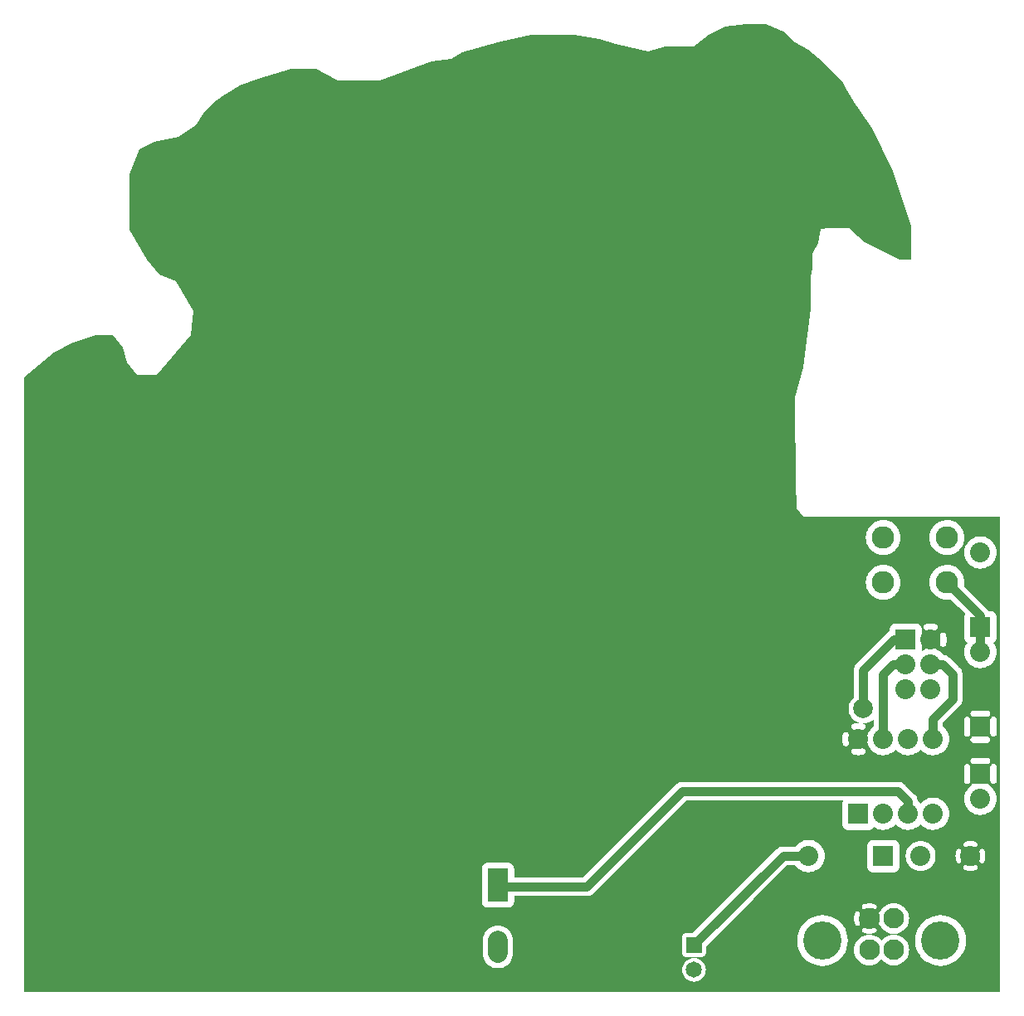
<source format=gbl>
G04 start of page 2 for group 10 layer_idx 1 *
G04 Title: (unknown), bottom_copper *
G04 Creator: pcb-rnd 3.1.4-dev *
G04 CreationDate: 2024-01-01 05:55:27 UTC *
G04 For: STEM4ukraine *
G04 Format: Gerber/RS-274X *
G04 PCB-Dimensions: 393701 402362 *
G04 PCB-Coordinate-Origin: lower left *
%MOIN*%
%FSLAX25Y25*%
%LNBOTTOM_COPPER_NONE_10*%
%ADD38C,0.0394*%
%ADD37C,0.0430*%
%ADD36C,0.0362*%
%ADD35C,0.0906*%
%ADD34C,0.0394*%
%ADD33C,0.0315*%
%ADD32C,0.0900*%
%ADD31C,0.0650*%
%ADD30C,0.0827*%
%ADD29C,0.1535*%
%ADD28C,0.0800*%
%ADD27C,0.0787*%
%ADD26C,0.0350*%
%ADD25C,0.0001*%
G54D25*G36*
X381012Y93416D02*X381058Y93225D01*
X381133Y93043D01*
X381236Y92875D01*
X381363Y92726D01*
X381513Y92598D01*
X381681Y92495D01*
X381863Y92420D01*
X382054Y92374D01*
X382250Y92362D01*
X381002D01*
Y93534D01*
X381012Y93416D01*
G37*
G36*
X382250Y84362D02*X382054Y84351D01*
X381863Y84305D01*
X381681Y84229D01*
X381513Y84127D01*
X381363Y83999D01*
X381236Y83849D01*
X381133Y83681D01*
X381085Y83567D01*
X381002Y83496D01*
Y84362D01*
X382250D01*
G37*
G36*
Y103362D02*X382054Y103351D01*
X381863Y103305D01*
X381681Y103229D01*
X381513Y103127D01*
X381363Y102999D01*
X381236Y102849D01*
X381133Y102681D01*
X381058Y102500D01*
X381012Y102308D01*
X381002Y102191D01*
Y103362D01*
X382250D01*
G37*
G36*
X381012Y112416D02*X381058Y112225D01*
X381133Y112043D01*
X381236Y111875D01*
X381363Y111726D01*
X381513Y111598D01*
X381681Y111495D01*
X381863Y111420D01*
X382054Y111374D01*
X382250Y111362D01*
X381002D01*
Y112534D01*
X381012Y112416D01*
G37*
G36*
X392717Y191732D02*Y787D01*
X385818D01*
Y52499D01*
X385875Y52509D01*
X386024Y52559D01*
X386164Y52631D01*
X386290Y52725D01*
X386401Y52837D01*
X386492Y52965D01*
X386560Y53107D01*
X386758Y53650D01*
X386896Y54212D01*
X386979Y54784D01*
X387007Y55362D01*
X386979Y55940D01*
X386896Y56513D01*
X386758Y57074D01*
X386566Y57620D01*
X386496Y57762D01*
X386404Y57891D01*
X386293Y58003D01*
X386166Y58097D01*
X386026Y58170D01*
X385876Y58220D01*
X385818Y58230D01*
Y71906D01*
X386020Y71922D01*
X387015Y72161D01*
X387960Y72553D01*
X388832Y73087D01*
X389610Y73752D01*
X390275Y74530D01*
X390809Y75402D01*
X391201Y76347D01*
X391440Y77342D01*
X391500Y78362D01*
X391440Y79382D01*
X391201Y80377D01*
X390809Y81322D01*
X390275Y82195D01*
X389610Y82973D01*
X388915Y83567D01*
X388867Y83681D01*
X388764Y83849D01*
X388637Y83999D01*
X388487Y84127D01*
X388319Y84229D01*
X388137Y84305D01*
X387946Y84351D01*
X387750Y84362D01*
X389000D01*
Y85612D01*
X389012Y85416D01*
X389058Y85225D01*
X389133Y85043D01*
X389236Y84875D01*
X389363Y84726D01*
X389513Y84598D01*
X389681Y84495D01*
X389863Y84420D01*
X390054Y84374D01*
X390250Y84358D01*
X390446Y84374D01*
X390637Y84420D01*
X390819Y84495D01*
X390987Y84598D01*
X391137Y84726D01*
X391264Y84875D01*
X391367Y85043D01*
X391442Y85225D01*
X391488Y85416D01*
X391500Y85612D01*
Y91112D01*
X391488Y91308D01*
X391442Y91500D01*
X391367Y91681D01*
X391264Y91849D01*
X391137Y91999D01*
X390987Y92127D01*
X390819Y92229D01*
X390637Y92305D01*
X390446Y92351D01*
X390250Y92366D01*
X390054Y92351D01*
X389863Y92305D01*
X389681Y92229D01*
X389513Y92127D01*
X389363Y91999D01*
X389236Y91849D01*
X389133Y91681D01*
X389058Y91500D01*
X389012Y91308D01*
X389000Y91112D01*
Y92362D01*
X387750D01*
X387946Y92374D01*
X388137Y92420D01*
X388319Y92495D01*
X388487Y92598D01*
X388637Y92726D01*
X388764Y92875D01*
X388867Y93043D01*
X388942Y93225D01*
X388988Y93416D01*
X389004Y93612D01*
X388988Y93808D01*
X388942Y94000D01*
X388867Y94181D01*
X388764Y94349D01*
X388637Y94499D01*
X388487Y94627D01*
X388319Y94729D01*
X388137Y94805D01*
X387946Y94851D01*
X387750Y94862D01*
X385818D01*
Y100862D01*
X387750D01*
X387946Y100874D01*
X388137Y100920D01*
X388319Y100995D01*
X388487Y101098D01*
X388637Y101226D01*
X388764Y101375D01*
X388867Y101543D01*
X388942Y101725D01*
X388988Y101916D01*
X389004Y102112D01*
X388988Y102308D01*
X388942Y102500D01*
X388867Y102681D01*
X388764Y102849D01*
X388637Y102999D01*
X388487Y103127D01*
X388319Y103229D01*
X388137Y103305D01*
X387946Y103351D01*
X387750Y103362D01*
X389000D01*
Y104612D01*
X389012Y104416D01*
X389058Y104225D01*
X389133Y104043D01*
X389236Y103875D01*
X389363Y103726D01*
X389513Y103598D01*
X389681Y103495D01*
X389863Y103420D01*
X390054Y103374D01*
X390250Y103358D01*
X390446Y103374D01*
X390637Y103420D01*
X390819Y103495D01*
X390987Y103598D01*
X391137Y103726D01*
X391264Y103875D01*
X391367Y104043D01*
X391442Y104225D01*
X391488Y104416D01*
X391500Y104612D01*
Y110112D01*
X391488Y110308D01*
X391442Y110500D01*
X391367Y110681D01*
X391264Y110849D01*
X391137Y110999D01*
X390987Y111127D01*
X390819Y111229D01*
X390637Y111305D01*
X390446Y111351D01*
X390250Y111366D01*
X390054Y111351D01*
X389863Y111305D01*
X389681Y111229D01*
X389513Y111127D01*
X389363Y110999D01*
X389236Y110849D01*
X389133Y110681D01*
X389058Y110500D01*
X389012Y110308D01*
X389000Y110112D01*
Y111362D01*
X387750D01*
X387946Y111374D01*
X388137Y111420D01*
X388319Y111495D01*
X388487Y111598D01*
X388637Y111726D01*
X388764Y111875D01*
X388867Y112043D01*
X388942Y112225D01*
X388988Y112416D01*
X389004Y112612D01*
X388988Y112808D01*
X388942Y113000D01*
X388867Y113181D01*
X388764Y113349D01*
X388637Y113499D01*
X388487Y113627D01*
X388319Y113729D01*
X388137Y113805D01*
X387946Y113851D01*
X387750Y113862D01*
X385818D01*
Y130906D01*
X386020Y130922D01*
X387015Y131161D01*
X387960Y131553D01*
X388832Y132087D01*
X389610Y132752D01*
X390275Y133530D01*
X390809Y134402D01*
X391201Y135347D01*
X391440Y136342D01*
X391500Y137362D01*
X391440Y138382D01*
X391201Y139377D01*
X390809Y140322D01*
X390275Y141195D01*
X390265Y141206D01*
X390474Y141333D01*
X390773Y141589D01*
X391029Y141888D01*
X391234Y142224D01*
X391385Y142587D01*
X391477Y142970D01*
X391508Y143362D01*
X391500Y143460D01*
Y151264D01*
X391508Y151362D01*
X391477Y151754D01*
X391477Y151754D01*
X391385Y152137D01*
X391234Y152501D01*
X391029Y152836D01*
X390773Y153135D01*
X390474Y153391D01*
X390138Y153597D01*
X389775Y153747D01*
X389392Y153839D01*
X389000Y153870D01*
X388902Y153862D01*
X388228D01*
X388043Y154164D01*
X388043Y154164D01*
X387660Y154613D01*
X387548Y154709D01*
X385818Y156439D01*
Y170906D01*
X386020Y170922D01*
X387015Y171161D01*
X387960Y171553D01*
X388832Y172087D01*
X389610Y172752D01*
X390275Y173530D01*
X390809Y174402D01*
X391201Y175347D01*
X391440Y176342D01*
X391500Y177362D01*
X391440Y178382D01*
X391201Y179377D01*
X390809Y180322D01*
X390275Y181195D01*
X389610Y181973D01*
X388832Y182637D01*
X387960Y183172D01*
X387015Y183563D01*
X386020Y183802D01*
X385818Y183818D01*
Y191732D01*
X392717D01*
G37*
G36*
X381002Y161254D02*Y172229D01*
X381168Y172087D01*
X382040Y171553D01*
X382985Y171161D01*
X383980Y170922D01*
X385000Y170842D01*
X385818Y170906D01*
Y156439D01*
X381002Y161254D01*
G37*
G36*
X382250Y113862D02*X382054Y113851D01*
X381863Y113805D01*
X381681Y113729D01*
X381513Y113627D01*
X381363Y113499D01*
X381236Y113349D01*
X381133Y113181D01*
X381058Y113000D01*
X381012Y112808D01*
X381002Y112691D01*
Y132229D01*
X381168Y132087D01*
X382040Y131553D01*
X382985Y131161D01*
X383980Y130922D01*
X385000Y130842D01*
X385818Y130906D01*
Y113862D01*
X382250D01*
G37*
G36*
Y94862D02*X382054Y94851D01*
X381863Y94805D01*
X381681Y94729D01*
X381513Y94627D01*
X381363Y94499D01*
X381236Y94349D01*
X381133Y94181D01*
X381058Y94000D01*
X381012Y93808D01*
X381002Y93691D01*
Y102034D01*
X381012Y101916D01*
X381058Y101725D01*
X381133Y101543D01*
X381236Y101375D01*
X381363Y101226D01*
X381513Y101098D01*
X381681Y100995D01*
X381863Y100920D01*
X382054Y100874D01*
X382250Y100862D01*
X385818D01*
Y94862D01*
X382250D01*
G37*
G36*
X381002Y787D02*Y49355D01*
X381578Y49383D01*
X382150Y49466D01*
X382712Y49604D01*
X383258Y49796D01*
X383400Y49866D01*
X383529Y49958D01*
X383641Y50069D01*
X383735Y50196D01*
X383808Y50337D01*
X383858Y50487D01*
X383884Y50643D01*
X383885Y50801D01*
X383861Y50957D01*
X383813Y51108D01*
X383743Y51249D01*
X383651Y51378D01*
X383540Y51490D01*
X383412Y51584D01*
X383272Y51657D01*
X383122Y51707D01*
X382966Y51733D01*
X382808Y51734D01*
X382652Y51711D01*
X382502Y51660D01*
X382140Y51528D01*
X381766Y51436D01*
X381385Y51381D01*
X381002Y51362D01*
Y59362D01*
X381385Y59344D01*
X381766Y59288D01*
X382140Y59196D01*
X382504Y59069D01*
X382653Y59018D01*
X382808Y58995D01*
X382966Y58996D01*
X383121Y59022D01*
X383270Y59072D01*
X383410Y59144D01*
X383537Y59237D01*
X383647Y59350D01*
X383739Y59478D01*
X383809Y59618D01*
X383857Y59768D01*
X383880Y59924D01*
X383879Y60081D01*
X383853Y60237D01*
X383804Y60386D01*
X383731Y60526D01*
X383638Y60652D01*
X383525Y60763D01*
X383397Y60855D01*
X383256Y60922D01*
X382712Y61120D01*
X382150Y61258D01*
X381578Y61341D01*
X381002Y61369D01*
Y73229D01*
X381168Y73087D01*
X382040Y72553D01*
X382985Y72161D01*
X383980Y71922D01*
X385000Y71842D01*
X385818Y71906D01*
Y58230D01*
X385720Y58246D01*
X385562Y58247D01*
X385405Y58223D01*
X385254Y58176D01*
X385113Y58105D01*
X384984Y58013D01*
X384872Y57902D01*
X384778Y57775D01*
X384705Y57634D01*
X384655Y57484D01*
X384629Y57328D01*
X384628Y57170D01*
X384652Y57014D01*
X384702Y56864D01*
X384834Y56502D01*
X384926Y56128D01*
X384981Y55747D01*
X385000Y55362D01*
X384981Y54977D01*
X384926Y54596D01*
X384834Y54222D01*
X384707Y53858D01*
X384656Y53710D01*
X384633Y53554D01*
X384634Y53397D01*
X384660Y53241D01*
X384709Y53092D01*
X384782Y52952D01*
X384875Y52826D01*
X384987Y52715D01*
X385115Y52624D01*
X385256Y52553D01*
X385406Y52506D01*
X385562Y52482D01*
X385719Y52483D01*
X385818Y52499D01*
Y787D01*
X381002D01*
G37*
G36*
X385818Y191732D02*Y183818D01*
X385000Y183882D01*
X383980Y183802D01*
X382985Y183563D01*
X382040Y183172D01*
X381168Y182637D01*
X381002Y182496D01*
Y191732D01*
X385818D01*
G37*
G36*
X378039Y787D02*Y16634D01*
X378096Y16728D01*
X378709Y18208D01*
X379083Y19765D01*
X379177Y21362D01*
X379083Y22959D01*
X378709Y24517D01*
X378096Y25997D01*
X378039Y26090D01*
Y153611D01*
X378911Y152739D01*
X378766Y152501D01*
X378615Y152137D01*
X378523Y151754D01*
X378492Y151362D01*
X378500Y151264D01*
Y143460D01*
X378492Y143362D01*
X378523Y142970D01*
X378523Y142970D01*
X378615Y142587D01*
X378766Y142224D01*
X378971Y141888D01*
X379227Y141589D01*
X379526Y141333D01*
X379735Y141206D01*
X379725Y141195D01*
X379191Y140322D01*
X378799Y139377D01*
X378560Y138382D01*
X378480Y137362D01*
X378560Y136342D01*
X378799Y135347D01*
X379191Y134402D01*
X379725Y133530D01*
X380390Y132752D01*
X381002Y132229D01*
Y112691D01*
X380996Y112612D01*
X381002Y112534D01*
Y111362D01*
X381000D01*
Y110112D01*
X380988Y110308D01*
X380942Y110500D01*
X380867Y110681D01*
X380764Y110849D01*
X380637Y110999D01*
X380487Y111127D01*
X380319Y111229D01*
X380137Y111305D01*
X379946Y111351D01*
X379750Y111366D01*
X379554Y111351D01*
X379363Y111305D01*
X379181Y111229D01*
X379013Y111127D01*
X378863Y110999D01*
X378736Y110849D01*
X378633Y110681D01*
X378558Y110500D01*
X378512Y110308D01*
X378500Y110112D01*
Y104612D01*
X378512Y104416D01*
X378558Y104225D01*
X378633Y104043D01*
X378736Y103875D01*
X378863Y103726D01*
X379013Y103598D01*
X379181Y103495D01*
X379363Y103420D01*
X379554Y103374D01*
X379750Y103358D01*
X379946Y103374D01*
X380137Y103420D01*
X380319Y103495D01*
X380487Y103598D01*
X380637Y103726D01*
X380764Y103875D01*
X380867Y104043D01*
X380942Y104225D01*
X380988Y104416D01*
X381000Y104612D01*
Y103362D01*
X381002D01*
Y102191D01*
X380996Y102112D01*
X381002Y102034D01*
Y93691D01*
X380996Y93612D01*
X381002Y93534D01*
Y92362D01*
X381000D01*
Y91112D01*
X380988Y91308D01*
X380942Y91500D01*
X380867Y91681D01*
X380764Y91849D01*
X380637Y91999D01*
X380487Y92127D01*
X380319Y92229D01*
X380137Y92305D01*
X379946Y92351D01*
X379750Y92366D01*
X379554Y92351D01*
X379363Y92305D01*
X379181Y92229D01*
X379013Y92127D01*
X378863Y91999D01*
X378736Y91849D01*
X378633Y91681D01*
X378558Y91500D01*
X378512Y91308D01*
X378500Y91112D01*
Y85612D01*
X378512Y85416D01*
X378558Y85225D01*
X378633Y85043D01*
X378736Y84875D01*
X378863Y84726D01*
X379013Y84598D01*
X379181Y84495D01*
X379363Y84420D01*
X379554Y84374D01*
X379750Y84358D01*
X379946Y84374D01*
X380137Y84420D01*
X380319Y84495D01*
X380487Y84598D01*
X380637Y84726D01*
X380764Y84875D01*
X380867Y85043D01*
X380942Y85225D01*
X380988Y85416D01*
X381000Y85612D01*
Y84362D01*
X381002D01*
Y83496D01*
X380390Y82973D01*
X379725Y82195D01*
X379191Y81322D01*
X378799Y80377D01*
X378560Y79382D01*
X378480Y78362D01*
X378560Y77342D01*
X378799Y76347D01*
X379191Y75402D01*
X379725Y74530D01*
X380390Y73752D01*
X381002Y73229D01*
Y61369D01*
X381000Y61369D01*
X380422Y61341D01*
X379850Y61258D01*
X379288Y61120D01*
X378742Y60929D01*
X378600Y60859D01*
X378471Y60766D01*
X378359Y60655D01*
X378265Y60528D01*
X378192Y60388D01*
X378142Y60238D01*
X378116Y60082D01*
X378115Y59924D01*
X378139Y59767D01*
X378187Y59617D01*
X378257Y59475D01*
X378349Y59347D01*
X378460Y59234D01*
X378588Y59140D01*
X378728Y59067D01*
X378878Y59017D01*
X379034Y58991D01*
X379192Y58990D01*
X379348Y59014D01*
X379498Y59064D01*
X379860Y59196D01*
X380234Y59288D01*
X380615Y59344D01*
X381000Y59362D01*
X381002Y59362D01*
Y51362D01*
X381000Y51362D01*
X380615Y51381D01*
X380234Y51436D01*
X379860Y51528D01*
X379496Y51656D01*
X379347Y51706D01*
X379192Y51729D01*
X379034Y51728D01*
X378879Y51703D01*
X378730Y51653D01*
X378590Y51580D01*
X378463Y51487D01*
X378353Y51375D01*
X378261Y51247D01*
X378191Y51106D01*
X378143Y50956D01*
X378120Y50800D01*
X378121Y50643D01*
X378147Y50488D01*
X378196Y50338D01*
X378269Y50199D01*
X378362Y50072D01*
X378474Y49961D01*
X378603Y49870D01*
X378744Y49802D01*
X379288Y49604D01*
X379850Y49466D01*
X380422Y49383D01*
X381000Y49355D01*
X381002Y49355D01*
Y787D01*
X378039D01*
G37*
G36*
X381002Y191732D02*Y182496D01*
X380390Y181973D01*
X379725Y181195D01*
X379191Y180322D01*
X378799Y179377D01*
X378560Y178382D01*
X378480Y177362D01*
X378560Y176342D01*
X378799Y175347D01*
X379191Y174402D01*
X379725Y173530D01*
X380390Y172752D01*
X381002Y172229D01*
Y161254D01*
X378423Y163834D01*
X378526Y164264D01*
X378591Y165362D01*
X378526Y166461D01*
X378269Y167532D01*
X378039Y168088D01*
Y180636D01*
X378269Y181192D01*
X378526Y182264D01*
X378591Y183362D01*
X378526Y184461D01*
X378269Y185532D01*
X378039Y186088D01*
Y191732D01*
X381002D01*
G37*
G36*
X376219Y14144D02*X377259Y15362D01*
X378039Y16634D01*
Y787D01*
X376182D01*
Y14113D01*
X376219Y14144D01*
G37*
G36*
X378039Y153611D02*Y26090D01*
X377259Y27363D01*
X376219Y28581D01*
X376182Y28612D01*
Y52495D01*
X376280Y52479D01*
X376438Y52477D01*
X376595Y52501D01*
X376746Y52549D01*
X376887Y52620D01*
X377016Y52712D01*
X377128Y52823D01*
X377222Y52950D01*
X377295Y53090D01*
X377345Y53240D01*
X377371Y53396D01*
X377372Y53554D01*
X377348Y53711D01*
X377298Y53860D01*
X377166Y54222D01*
X377074Y54596D01*
X377019Y54977D01*
X377000Y55362D01*
X377019Y55747D01*
X377074Y56128D01*
X377166Y56502D01*
X377293Y56866D01*
X377344Y57015D01*
X377367Y57170D01*
X377366Y57328D01*
X377340Y57483D01*
X377291Y57632D01*
X377218Y57772D01*
X377125Y57899D01*
X377013Y58009D01*
X376885Y58101D01*
X376744Y58171D01*
X376594Y58219D01*
X376438Y58242D01*
X376281Y58241D01*
X376182Y58225D01*
Y115241D01*
X376548Y115607D01*
X376660Y115702D01*
X377043Y116151D01*
X377043Y116151D01*
X377352Y116654D01*
X377577Y117200D01*
X377715Y117774D01*
X377762Y118362D01*
X377750Y118509D01*
Y128215D01*
X377762Y128362D01*
X377715Y128950D01*
X377715Y128951D01*
X377577Y129525D01*
X377352Y130070D01*
X377043Y130573D01*
X376660Y131022D01*
X376548Y131118D01*
X376182Y131483D01*
Y155467D01*
X378039Y153611D01*
G37*
G36*
X376556Y178397D02*X377272Y179235D01*
X377847Y180174D01*
X378039Y180636D01*
Y168088D01*
X377847Y168550D01*
X377272Y169489D01*
X376556Y170327D01*
X376182Y170646D01*
Y178078D01*
X376556Y178397D01*
G37*
G36*
X378039Y191732D02*Y186088D01*
X377847Y186550D01*
X377272Y187489D01*
X376556Y188327D01*
X376182Y188646D01*
Y191732D01*
X378039D01*
G37*
G36*
X361781Y14144D02*X363000Y13103D01*
X364365Y12266D01*
X365845Y11653D01*
X367403Y11279D01*
X369000Y11154D01*
X370597Y11279D01*
X372155Y11653D01*
X373635Y12266D01*
X375000Y13103D01*
X376182Y14113D01*
Y787D01*
X360991D01*
Y15069D01*
X361781Y14144D01*
G37*
G36*
X375000Y29621D02*X373635Y30458D01*
X372155Y31071D01*
X370597Y31445D01*
X369000Y31571D01*
X367403Y31445D01*
X365845Y31071D01*
X364365Y30458D01*
X363000Y29621D01*
X361781Y28581D01*
X360991Y27655D01*
Y49344D01*
X361000Y49344D01*
X361942Y49418D01*
X362860Y49638D01*
X363732Y50000D01*
X364538Y50493D01*
X365256Y51106D01*
X365869Y51825D01*
X366363Y52630D01*
X366724Y53502D01*
X366944Y54421D01*
X367000Y55362D01*
X366944Y56304D01*
X366724Y57222D01*
X366363Y58095D01*
X365869Y58900D01*
X365256Y59618D01*
X364538Y60231D01*
X363732Y60725D01*
X362860Y61086D01*
X361942Y61307D01*
X361000Y61381D01*
X360991Y61380D01*
Y68197D01*
X361000Y68208D01*
X361390Y67752D01*
X362168Y67087D01*
X363040Y66553D01*
X363985Y66161D01*
X364980Y65922D01*
X366000Y65842D01*
X367020Y65922D01*
X368015Y66161D01*
X368960Y66553D01*
X369832Y67087D01*
X370610Y67752D01*
X371275Y68530D01*
X371809Y69402D01*
X372201Y70347D01*
X372440Y71342D01*
X372500Y72362D01*
X372440Y73382D01*
X372201Y74377D01*
X371809Y75322D01*
X371275Y76195D01*
X370610Y76973D01*
X369832Y77637D01*
X368960Y78172D01*
X368015Y78563D01*
X367020Y78802D01*
X366000Y78882D01*
X364980Y78802D01*
X363985Y78563D01*
X363040Y78172D01*
X362168Y77637D01*
X361390Y76973D01*
X361000Y76516D01*
X360991Y76527D01*
Y98197D01*
X361000Y98208D01*
X361390Y97752D01*
X362168Y97087D01*
X363040Y96553D01*
X363985Y96161D01*
X364980Y95922D01*
X366000Y95842D01*
X367020Y95922D01*
X368015Y96161D01*
X368960Y96553D01*
X369832Y97087D01*
X370610Y97752D01*
X371275Y98530D01*
X371809Y99402D01*
X372201Y100347D01*
X372440Y101342D01*
X372500Y102362D01*
X372440Y103382D01*
X372201Y104377D01*
X371809Y105322D01*
X371275Y106195D01*
X370610Y106973D01*
X369832Y107637D01*
X369750Y107688D01*
Y108809D01*
X376182Y115241D01*
Y58225D01*
X376125Y58215D01*
X375976Y58166D01*
X375836Y58093D01*
X375710Y58000D01*
X375599Y57888D01*
X375508Y57760D01*
X375440Y57618D01*
X375242Y57074D01*
X375104Y56513D01*
X375021Y55940D01*
X374993Y55362D01*
X375021Y54784D01*
X375104Y54212D01*
X375242Y53650D01*
X375434Y53104D01*
X375504Y52962D01*
X375596Y52834D01*
X375707Y52721D01*
X375834Y52627D01*
X375974Y52554D01*
X376124Y52504D01*
X376182Y52495D01*
Y28612D01*
X375000Y29621D01*
G37*
G36*
X360610Y76973D02*X359832Y77637D01*
X359735Y77697D01*
X359715Y77950D01*
X359715Y77951D01*
X359577Y78525D01*
X359352Y79070D01*
X359043Y79573D01*
X358660Y80022D01*
X358548Y80118D01*
X354903Y83762D01*
Y95941D01*
X354980Y95922D01*
X356000Y95842D01*
X357020Y95922D01*
X358015Y96161D01*
X358960Y96553D01*
X359832Y97087D01*
X360610Y97752D01*
X360991Y98197D01*
Y76527D01*
X360610Y76973D01*
G37*
G36*
X360741Y27363D02*X359904Y25997D01*
X359291Y24517D01*
X358917Y22959D01*
X358791Y21362D01*
X358917Y19765D01*
X359291Y18208D01*
X359904Y16728D01*
X360741Y15362D01*
X360991Y15069D01*
Y787D01*
X354903D01*
Y13660D01*
X355198Y14006D01*
X355703Y14829D01*
X356072Y15721D01*
X356298Y16660D01*
X356354Y17622D01*
X356298Y18585D01*
X356072Y19523D01*
X355703Y20415D01*
X355198Y21239D01*
X354903Y21584D01*
Y26259D01*
X355198Y26604D01*
X355703Y27427D01*
X356072Y28319D01*
X356298Y29258D01*
X356354Y30220D01*
X356298Y31183D01*
X356072Y32122D01*
X355703Y33014D01*
X355198Y33837D01*
X354903Y34182D01*
Y65941D01*
X354980Y65922D01*
X356000Y65842D01*
X357020Y65922D01*
X358015Y66161D01*
X358960Y66553D01*
X359832Y67087D01*
X360610Y67752D01*
X360991Y68197D01*
Y61380D01*
X360058Y61307D01*
X359140Y61086D01*
X358268Y60725D01*
X357462Y60231D01*
X356744Y59618D01*
X356131Y58900D01*
X355637Y58095D01*
X355276Y57222D01*
X355056Y56304D01*
X354981Y55362D01*
X355056Y54421D01*
X355276Y53502D01*
X355637Y52630D01*
X356131Y51825D01*
X356744Y51106D01*
X357462Y50493D01*
X358268Y50000D01*
X359140Y49638D01*
X360058Y49418D01*
X360991Y49344D01*
Y27655D01*
X360741Y27363D01*
G37*
G36*
X370493Y158427D02*X371591Y158341D01*
X372689Y158427D01*
X373120Y158530D01*
X376182Y155467D01*
Y131483D01*
X372756Y134910D01*
X372660Y135022D01*
X372211Y135405D01*
X371708Y135714D01*
X371162Y135940D01*
X370588Y136077D01*
X370588Y136077D01*
X370334Y136097D01*
X370275Y136195D01*
X370122Y136374D01*
Y139520D01*
X370203Y139527D01*
X370394Y139574D01*
X370576Y139650D01*
X370743Y139754D01*
X370892Y139882D01*
X371019Y140033D01*
X371121Y140201D01*
X371192Y140384D01*
X371348Y140937D01*
X371449Y141503D01*
X371500Y142075D01*
Y142650D01*
X371449Y143222D01*
X371348Y143788D01*
X371198Y144342D01*
X371125Y144525D01*
X371022Y144694D01*
X370895Y144845D01*
X370745Y144974D01*
X370578Y145078D01*
X370396Y145154D01*
X370204Y145201D01*
X370122Y145208D01*
Y158516D01*
X370493Y158427D01*
G37*
G36*
Y176427D02*X371591Y176341D01*
X372689Y176427D01*
X373761Y176684D01*
X374779Y177106D01*
X375718Y177682D01*
X376182Y178078D01*
Y170646D01*
X375718Y171043D01*
X374779Y171618D01*
X373761Y172040D01*
X372689Y172297D01*
X371591Y172384D01*
X370493Y172297D01*
X370122Y172208D01*
Y176516D01*
X370493Y176427D01*
G37*
G36*
X376182Y191732D02*Y188646D01*
X375718Y189043D01*
X374779Y189618D01*
X373761Y190040D01*
X372689Y190297D01*
X371591Y190384D01*
X370493Y190297D01*
X370122Y190208D01*
Y191732D01*
X376182D01*
G37*
G36*
X365335Y162174D02*X365910Y161235D01*
X366626Y160397D01*
X367464Y159682D01*
X368403Y159106D01*
X369421Y158684D01*
X370122Y158516D01*
Y145208D01*
X370007Y145218D01*
X369810Y145203D01*
X369618Y145158D01*
X369436Y145083D01*
X369267Y144981D01*
X369116Y144854D01*
X368987Y144704D01*
X368883Y144536D01*
X368807Y144354D01*
X368760Y144163D01*
X368743Y143966D01*
X368758Y143769D01*
X368807Y143578D01*
X368903Y143238D01*
X368965Y142891D01*
X368996Y142539D01*
Y142186D01*
X368965Y141834D01*
X368903Y141486D01*
X368810Y141145D01*
X368762Y140955D01*
X368747Y140758D01*
X368764Y140562D01*
X368810Y140371D01*
X368887Y140190D01*
X368990Y140023D01*
X369119Y139874D01*
X369269Y139747D01*
X369437Y139645D01*
X369619Y139570D01*
X369811Y139525D01*
X370007Y139511D01*
X370122Y139520D01*
Y136374D01*
X369610Y136973D01*
X368832Y137637D01*
X367960Y138172D01*
X367015Y138563D01*
X366020Y138802D01*
X365000Y138882D01*
X364998Y138882D01*
Y146358D01*
X365177D01*
X365529Y146327D01*
X365876Y146265D01*
X366217Y146173D01*
X366408Y146124D01*
X366604Y146109D01*
X366800Y146126D01*
X366991Y146173D01*
X367172Y146249D01*
X367340Y146352D01*
X367489Y146481D01*
X367616Y146631D01*
X367718Y146800D01*
X367792Y146982D01*
X367837Y147173D01*
X367851Y147369D01*
X367835Y147566D01*
X367788Y147757D01*
X367712Y147938D01*
X367608Y148105D01*
X367480Y148254D01*
X367330Y148381D01*
X367161Y148483D01*
X366978Y148554D01*
X366425Y148710D01*
X365860Y148812D01*
X365287Y148862D01*
X364998D01*
Y162987D01*
X365335Y162174D01*
G37*
G36*
Y180174D02*X365910Y179235D01*
X366626Y178397D01*
X367464Y177682D01*
X368403Y177106D01*
X369421Y176684D01*
X370122Y176516D01*
Y172208D01*
X369421Y172040D01*
X368403Y171618D01*
X367464Y171043D01*
X366626Y170327D01*
X365910Y169489D01*
X365335Y168550D01*
X364998Y167737D01*
Y180987D01*
X365335Y180174D01*
G37*
G36*
X370122Y191732D02*Y190208D01*
X369421Y190040D01*
X368403Y189618D01*
X367464Y189043D01*
X366626Y188327D01*
X365910Y187489D01*
X365335Y186550D01*
X364998Y185737D01*
Y191732D01*
X370122D01*
G37*
G36*
X364998D02*Y185737D01*
X364913Y185532D01*
X364656Y184461D01*
X364569Y183362D01*
X364656Y182264D01*
X364913Y181192D01*
X364998Y180987D01*
Y167737D01*
X364913Y167532D01*
X364656Y166461D01*
X364569Y165362D01*
X364656Y164264D01*
X364913Y163192D01*
X364998Y162987D01*
Y148862D01*
X364713D01*
X364140Y148812D01*
X363575Y148710D01*
X363020Y148560D01*
X362837Y148487D01*
X362668Y148384D01*
X362517Y148257D01*
X362389Y148108D01*
X362285Y147940D01*
X362208Y147758D01*
X362161Y147566D01*
X362145Y147369D01*
X362159Y147173D01*
X362204Y146980D01*
X362279Y146798D01*
X362381Y146629D01*
X362509Y146478D01*
X362658Y146349D01*
X362826Y146245D01*
X363008Y146169D01*
X363199Y146122D01*
X363396Y146105D01*
X363593Y146120D01*
X363784Y146169D01*
X364124Y146265D01*
X364471Y146327D01*
X364823Y146358D01*
X364998D01*
Y138882D01*
X363980Y138802D01*
X362985Y138563D01*
X362040Y138172D01*
X361436Y137802D01*
X361477Y137970D01*
X361508Y138362D01*
X361500Y138460D01*
Y146264D01*
X361508Y146362D01*
X361477Y146754D01*
X361477Y146754D01*
X361385Y147137D01*
X361234Y147501D01*
X361029Y147836D01*
X360773Y148135D01*
X360474Y148391D01*
X360138Y148597D01*
X359775Y148747D01*
X359392Y148839D01*
X359000Y148870D01*
X358902Y148862D01*
X354903D01*
Y191732D01*
X364998D01*
G37*
G36*
X357283Y308858D02*Y295079D01*
X354903D01*
Y315702D01*
X357283Y308858D01*
G37*
G36*
X346604Y12644D02*X347427Y12140D01*
X348319Y11770D01*
X349258Y11545D01*
X350220Y11469D01*
X351183Y11545D01*
X352122Y11770D01*
X353014Y12140D01*
X353837Y12644D01*
X354571Y13271D01*
X354903Y13660D01*
Y787D01*
X346000D01*
Y13160D01*
X346604Y12644D01*
G37*
G36*
Y25243D02*X347427Y24738D01*
X348319Y24369D01*
X349258Y24143D01*
X350220Y24068D01*
X351183Y24143D01*
X352122Y24369D01*
X353014Y24738D01*
X353837Y25243D01*
X354571Y25870D01*
X354903Y26259D01*
Y21584D01*
X354571Y21973D01*
X353837Y22600D01*
X353014Y23104D01*
X352122Y23474D01*
X351183Y23699D01*
X350220Y23775D01*
X349258Y23699D01*
X348319Y23474D01*
X347427Y23104D01*
X346604Y22600D01*
X346000Y22084D01*
Y25759D01*
X346604Y25243D01*
G37*
G36*
X347020Y65922D02*X348015Y66161D01*
X348960Y66553D01*
X349832Y67087D01*
X350610Y67752D01*
X351000Y68208D01*
X351390Y67752D01*
X352168Y67087D01*
X353040Y66553D01*
X353985Y66161D01*
X354903Y65941D01*
Y34182D01*
X354571Y34571D01*
X353837Y35198D01*
X353014Y35703D01*
X352122Y36072D01*
X351183Y36298D01*
X350220Y36373D01*
X349258Y36298D01*
X348319Y36072D01*
X347427Y35703D01*
X346604Y35198D01*
X346000Y34682D01*
Y48862D01*
X349902D01*
X350000Y48854D01*
X350392Y48885D01*
X350392Y48885D01*
X350775Y48977D01*
X351138Y49128D01*
X351474Y49333D01*
X351773Y49589D01*
X352029Y49888D01*
X352234Y50224D01*
X352385Y50587D01*
X352477Y50970D01*
X352508Y51362D01*
X352500Y51460D01*
Y59264D01*
X352508Y59362D01*
X352477Y59754D01*
X352477Y59754D01*
X352385Y60137D01*
X352234Y60501D01*
X352029Y60836D01*
X351773Y61135D01*
X351474Y61391D01*
X351138Y61597D01*
X350775Y61747D01*
X350392Y61839D01*
X350000Y61870D01*
X349902Y61862D01*
X346000D01*
Y65842D01*
X347020Y65922D01*
G37*
G36*
X341340Y11545D02*X342279Y11770D01*
X343171Y12140D01*
X343994Y12644D01*
X344729Y13271D01*
X345299Y13939D01*
X345870Y13271D01*
X346000Y13160D01*
Y787D01*
X340380D01*
Y11469D01*
X341340Y11545D01*
G37*
G36*
X340526Y49333D02*X340862Y49128D01*
X341225Y48977D01*
X341608Y48885D01*
X342000Y48854D01*
X342098Y48862D01*
X346000D01*
Y34682D01*
X345870Y34571D01*
X345243Y33837D01*
X344830Y33163D01*
X344727Y33129D01*
X344586Y33057D01*
X344458Y32964D01*
X344347Y32852D01*
X344255Y32723D01*
X344183Y32582D01*
X344135Y32432D01*
X344111Y32276D01*
X344111Y32118D01*
X344136Y31962D01*
X344188Y31813D01*
X344254Y31642D01*
X344143Y31183D01*
X344068Y30220D01*
X344143Y29258D01*
X344254Y28796D01*
X344192Y28627D01*
X344140Y28478D01*
X344115Y28323D01*
X344115Y28165D01*
X344139Y28010D01*
X344187Y27860D01*
X344258Y27720D01*
X344350Y27592D01*
X344461Y27480D01*
X344588Y27387D01*
X344728Y27315D01*
X344827Y27283D01*
X345243Y26604D01*
X345870Y25870D01*
X346000Y25759D01*
Y22084D01*
X345870Y21973D01*
X345299Y21305D01*
X344729Y21973D01*
X343994Y22600D01*
X343171Y23104D01*
X342279Y23474D01*
X341340Y23699D01*
X340380Y23775D01*
Y24087D01*
X340648D01*
X341186Y24134D01*
X341717Y24229D01*
X342238Y24369D01*
X342745Y24555D01*
X342886Y24627D01*
X343014Y24720D01*
X343125Y24832D01*
X343218Y24960D01*
X343289Y25101D01*
X343337Y25252D01*
X343362Y25408D01*
X343361Y25566D01*
X343336Y25722D01*
X343287Y25872D01*
X343214Y26012D01*
X343121Y26140D01*
X343009Y26251D01*
X342881Y26344D01*
X342740Y26415D01*
X342589Y26464D01*
X342433Y26488D01*
X342275Y26487D01*
X342119Y26462D01*
X341970Y26410D01*
X341631Y26281D01*
X341280Y26186D01*
X340922Y26123D01*
X340560Y26091D01*
X340380D01*
Y34350D01*
X340560D01*
X340922Y34318D01*
X341280Y34255D01*
X341631Y34160D01*
X341972Y34035D01*
X342120Y33983D01*
X342276Y33958D01*
X342433Y33957D01*
X342589Y33981D01*
X342738Y34029D01*
X342879Y34100D01*
X343006Y34193D01*
X343118Y34304D01*
X343211Y34431D01*
X343283Y34571D01*
X343332Y34720D01*
X343357Y34876D01*
X343358Y35033D01*
X343334Y35188D01*
X343285Y35338D01*
X343214Y35479D01*
X343122Y35606D01*
X343011Y35718D01*
X342884Y35811D01*
X342743Y35880D01*
X342238Y36072D01*
X341717Y36212D01*
X341186Y36307D01*
X340648Y36354D01*
X340380D01*
Y49458D01*
X340526Y49333D01*
G37*
G36*
X340392Y65885D02*X340392Y65885D01*
X340775Y65977D01*
X341138Y66128D01*
X341474Y66333D01*
X341773Y66589D01*
X342029Y66888D01*
X342157Y67097D01*
X342168Y67087D01*
X343040Y66553D01*
X343985Y66161D01*
X344980Y65922D01*
X346000Y65842D01*
Y61862D01*
X342098D01*
X342000Y61870D01*
X341608Y61839D01*
X341608Y61839D01*
X341225Y61747D01*
X340862Y61597D01*
X340526Y61391D01*
X340380Y61266D01*
Y65884D01*
X340392Y65885D01*
G37*
G36*
X336027Y13271D02*X336761Y12644D01*
X337585Y12140D01*
X338477Y11770D01*
X339415Y11545D01*
X340378Y11469D01*
X340380Y11469D01*
Y787D01*
X335445D01*
Y13954D01*
X336027Y13271D01*
G37*
G36*
X339902Y65862D02*X340000Y65854D01*
X340380Y65884D01*
Y61266D01*
X340227Y61135D01*
X339971Y60836D01*
X339766Y60501D01*
X339615Y60137D01*
X339523Y59754D01*
X339492Y59362D01*
X339500Y59264D01*
Y51460D01*
X339492Y51362D01*
X339523Y50970D01*
X339523Y50970D01*
X339615Y50587D01*
X339766Y50224D01*
X339971Y49888D01*
X340227Y49589D01*
X340380Y49458D01*
Y36354D01*
X340108D01*
X339570Y36307D01*
X339039Y36212D01*
X338517Y36072D01*
X338011Y35886D01*
X337870Y35814D01*
X337742Y35721D01*
X337631Y35609D01*
X337538Y35481D01*
X337467Y35340D01*
X337418Y35189D01*
X337394Y35033D01*
X337395Y34875D01*
X337420Y34719D01*
X337469Y34569D01*
X337541Y34428D01*
X337635Y34301D01*
X337747Y34190D01*
X337875Y34097D01*
X338016Y34026D01*
X338166Y33977D01*
X338323Y33953D01*
X338481Y33954D01*
X338637Y33979D01*
X338786Y34031D01*
X339125Y34160D01*
X339476Y34255D01*
X339834Y34318D01*
X340196Y34350D01*
X340380D01*
Y26091D01*
X340196D01*
X339834Y26123D01*
X339476Y26186D01*
X339125Y26281D01*
X338784Y26406D01*
X338636Y26458D01*
X338480Y26483D01*
X338323Y26484D01*
X338167Y26460D01*
X338018Y26411D01*
X337877Y26340D01*
X337749Y26248D01*
X337638Y26137D01*
X337545Y26010D01*
X337473Y25870D01*
X337424Y25721D01*
X337399Y25565D01*
X337398Y25408D01*
X337422Y25252D01*
X337471Y25103D01*
X337542Y24962D01*
X337634Y24835D01*
X337745Y24723D01*
X337872Y24630D01*
X338013Y24561D01*
X338517Y24369D01*
X339039Y24229D01*
X339570Y24134D01*
X340108Y24087D01*
X340380D01*
Y23775D01*
X340378Y23775D01*
X339415Y23699D01*
X338477Y23474D01*
X337585Y23104D01*
X336761Y22600D01*
X336027Y21973D01*
X335445Y21291D01*
Y27255D01*
X335565Y27237D01*
X335723Y27237D01*
X335879Y27262D01*
X336029Y27312D01*
X336170Y27384D01*
X336298Y27477D01*
X336409Y27589D01*
X336501Y27717D01*
X336573Y27859D01*
X336621Y28009D01*
X336645Y28165D01*
X336645Y28323D01*
X336620Y28479D01*
X336567Y28628D01*
X336438Y28968D01*
X336344Y29319D01*
X336280Y29677D01*
X336248Y30039D01*
Y30402D01*
X336280Y30764D01*
X336344Y31122D01*
X336438Y31473D01*
X336564Y31814D01*
X336616Y31963D01*
X336641Y32118D01*
X336641Y32276D01*
X336617Y32431D01*
X336569Y32581D01*
X336498Y32721D01*
X336406Y32849D01*
X336295Y32961D01*
X336168Y33054D01*
X336028Y33125D01*
X335878Y33175D01*
X335723Y33200D01*
X335565Y33200D01*
X335445Y33181D01*
Y65862D01*
X339902D01*
G37*
G36*
X329834Y77612D02*X329766Y77501D01*
X329615Y77137D01*
X329523Y76754D01*
X329492Y76362D01*
X329500Y76264D01*
Y68460D01*
X329492Y68362D01*
X329523Y67970D01*
X329523Y67970D01*
X329615Y67587D01*
X329766Y67224D01*
X329971Y66888D01*
X330227Y66589D01*
X330526Y66333D01*
X330862Y66128D01*
X331225Y65977D01*
X331608Y65885D01*
X332000Y65854D01*
X332098Y65862D01*
X335445D01*
Y33181D01*
X335410Y33176D01*
X335260Y33128D01*
X335120Y33057D01*
X334992Y32965D01*
X334880Y32854D01*
X334787Y32727D01*
X334718Y32586D01*
X334527Y32081D01*
X334386Y31560D01*
X334292Y31028D01*
X334244Y30490D01*
Y29951D01*
X334292Y29413D01*
X334386Y28881D01*
X334527Y28360D01*
X334713Y27853D01*
X334784Y27712D01*
X334877Y27585D01*
X334989Y27473D01*
X335118Y27381D01*
X335259Y27309D01*
X335409Y27261D01*
X335445Y27255D01*
Y21291D01*
X335400Y21239D01*
X334896Y20415D01*
X334526Y19523D01*
X334301Y18585D01*
X334225Y17622D01*
X334301Y16660D01*
X334526Y15721D01*
X334896Y14829D01*
X335400Y14006D01*
X335445Y13954D01*
Y787D01*
X321583D01*
Y11155D01*
X321598Y11154D01*
X323195Y11279D01*
X324753Y11653D01*
X326233Y12266D01*
X327599Y13103D01*
X328817Y14144D01*
X329857Y15362D01*
X330694Y16728D01*
X331307Y18208D01*
X331681Y19765D01*
X331776Y21362D01*
X331681Y22959D01*
X331307Y24517D01*
X330694Y25997D01*
X329857Y27363D01*
X328817Y28581D01*
X327599Y29621D01*
X326233Y30458D01*
X324753Y31071D01*
X323195Y31445D01*
X321598Y31571D01*
X321583Y31570D01*
Y52032D01*
X321809Y52402D01*
X322201Y53347D01*
X322440Y54342D01*
X322500Y55362D01*
X322440Y56382D01*
X322201Y57377D01*
X321809Y58322D01*
X321583Y58692D01*
Y77612D01*
X329834D01*
G37*
G36*
X293845Y787D02*Y38211D01*
X307246Y51612D01*
X310675D01*
X310725Y51530D01*
X311390Y50752D01*
X312168Y50087D01*
X313040Y49553D01*
X313985Y49161D01*
X314980Y48922D01*
X316000Y48842D01*
X317020Y48922D01*
X318015Y49161D01*
X318960Y49553D01*
X319832Y50087D01*
X320610Y50752D01*
X321275Y51530D01*
X321583Y52032D01*
Y31570D01*
X320001Y31445D01*
X318444Y31071D01*
X316964Y30458D01*
X315598Y29621D01*
X314380Y28581D01*
X313340Y27363D01*
X312503Y25997D01*
X311890Y24517D01*
X311516Y22959D01*
X311390Y21362D01*
X311516Y19765D01*
X311890Y18208D01*
X312503Y16728D01*
X313340Y15362D01*
X314380Y14144D01*
X315598Y13103D01*
X316964Y12266D01*
X318444Y11653D01*
X320001Y11279D01*
X321583Y11155D01*
Y787D01*
X293845D01*
G37*
G36*
X321583Y77612D02*Y58692D01*
X321275Y59195D01*
X320610Y59973D01*
X319832Y60637D01*
X318960Y61172D01*
X318015Y61563D01*
X317020Y61802D01*
X316000Y61882D01*
X314980Y61802D01*
X313985Y61563D01*
X313040Y61172D01*
X312168Y60637D01*
X311390Y59973D01*
X310725Y59195D01*
X310675Y59112D01*
X305840D01*
X305693Y59124D01*
X305104Y59077D01*
X304531Y58940D01*
X303985Y58714D01*
X303482Y58405D01*
X303482Y58405D01*
X303033Y58022D01*
X302937Y57910D01*
X293845Y48818D01*
Y77612D01*
X321583D01*
G37*
G36*
X336177Y106358D02*X336529Y106327D01*
X336876Y106265D01*
X337217Y106173D01*
X337408Y106124D01*
X337604Y106109D01*
X337800Y106126D01*
X337991Y106173D01*
X338172Y106249D01*
X338340Y106353D01*
X338489Y106481D01*
X338616Y106631D01*
X338718Y106800D01*
X338792Y106982D01*
X338837Y107173D01*
X338851Y107369D01*
X338835Y107566D01*
X338788Y107757D01*
X338712Y107938D01*
X338608Y108105D01*
X338480Y108254D01*
X338330Y108381D01*
X338161Y108483D01*
X337978Y108554D01*
X337711Y108630D01*
X338000Y108607D01*
X338932Y108680D01*
X339840Y108898D01*
X340704Y109256D01*
X341500Y109744D01*
X342211Y110351D01*
X342250Y110397D01*
Y107688D01*
X342168Y107637D01*
X341390Y106973D01*
X340725Y106195D01*
X340191Y105322D01*
X339799Y104377D01*
X339560Y103382D01*
X339480Y102362D01*
X339560Y101342D01*
X339799Y100347D01*
X340191Y99402D01*
X340725Y98530D01*
X341390Y97752D01*
X342168Y97087D01*
X343040Y96553D01*
X343985Y96161D01*
X344980Y95922D01*
X346000Y95842D01*
X347020Y95922D01*
X348015Y96161D01*
X348960Y96553D01*
X349832Y97087D01*
X350610Y97752D01*
X351000Y98208D01*
X351390Y97752D01*
X352168Y97087D01*
X353040Y96553D01*
X353985Y96161D01*
X354903Y95941D01*
Y83762D01*
X354756Y83910D01*
X354660Y84022D01*
X354211Y84405D01*
X353708Y84714D01*
X353162Y84940D01*
X352588Y85077D01*
X352588Y85077D01*
X352000Y85124D01*
X351853Y85112D01*
X336002D01*
Y95862D01*
X336287D01*
X336860Y95913D01*
X337425Y96014D01*
X337980Y96164D01*
X338163Y96238D01*
X338332Y96340D01*
X338483Y96467D01*
X338611Y96617D01*
X338715Y96785D01*
X338792Y96967D01*
X338839Y97158D01*
X338855Y97355D01*
X338841Y97552D01*
X338796Y97744D01*
X338721Y97927D01*
X338619Y98095D01*
X338491Y98246D01*
X338342Y98375D01*
X338174Y98479D01*
X337992Y98555D01*
X337801Y98602D01*
X337604Y98619D01*
X337407Y98604D01*
X337216Y98556D01*
X336876Y98459D01*
X336529Y98397D01*
X336177Y98366D01*
X336002D01*
Y106358D01*
X336177D01*
G37*
G36*
X336160Y108898D02*X336324Y108859D01*
X336287Y108862D01*
X336002D01*
Y108964D01*
X336160Y108898D01*
G37*
G36*
X354903Y191732D02*Y148862D01*
X351098D01*
X351000Y148870D01*
X350608Y148839D01*
X350608Y148839D01*
X350225Y148747D01*
X349862Y148597D01*
X349526Y148391D01*
X349227Y148135D01*
X348971Y147836D01*
X348766Y147501D01*
X348615Y147137D01*
X348523Y146754D01*
X348492Y146362D01*
X348500Y146264D01*
Y145717D01*
X348492Y145714D01*
X347989Y145405D01*
X347989Y145405D01*
X347540Y145022D01*
X347444Y144910D01*
X345989Y143455D01*
Y158341D01*
X346000Y158341D01*
X347098Y158427D01*
X348170Y158684D01*
X349188Y159106D01*
X350127Y159682D01*
X350965Y160397D01*
X351681Y161235D01*
X352256Y162174D01*
X352678Y163192D01*
X352935Y164264D01*
X353000Y165362D01*
X352935Y166461D01*
X352678Y167532D01*
X352256Y168550D01*
X351681Y169489D01*
X350965Y170327D01*
X350127Y171043D01*
X349188Y171618D01*
X348170Y172040D01*
X347098Y172297D01*
X346000Y172384D01*
X345989Y172383D01*
Y176341D01*
X346000Y176341D01*
X347098Y176427D01*
X348170Y176684D01*
X349188Y177106D01*
X350127Y177682D01*
X350965Y178397D01*
X351681Y179235D01*
X352256Y180174D01*
X352678Y181192D01*
X352935Y182264D01*
X353000Y183362D01*
X352935Y184461D01*
X352678Y185532D01*
X352256Y186550D01*
X351681Y187489D01*
X350965Y188327D01*
X350127Y189043D01*
X349188Y189618D01*
X348170Y190040D01*
X347098Y190297D01*
X346000Y190384D01*
X345989Y190383D01*
Y191732D01*
X354903D01*
G37*
G36*
X345989D02*Y190383D01*
X344902Y190297D01*
X343830Y190040D01*
X342812Y189618D01*
X341873Y189043D01*
X341035Y188327D01*
X340319Y187489D01*
X339744Y186550D01*
X339322Y185532D01*
X339065Y184461D01*
X338978Y183362D01*
X339065Y182264D01*
X339322Y181192D01*
X339744Y180174D01*
X340319Y179235D01*
X341035Y178397D01*
X341873Y177682D01*
X342812Y177106D01*
X343830Y176684D01*
X344902Y176427D01*
X345989Y176341D01*
Y172383D01*
X344902Y172297D01*
X343830Y172040D01*
X342812Y171618D01*
X341873Y171043D01*
X341035Y170327D01*
X340319Y169489D01*
X339744Y168550D01*
X339322Y167532D01*
X339065Y166461D01*
X338978Y165362D01*
X339065Y164264D01*
X339322Y163192D01*
X339744Y162174D01*
X340319Y161235D01*
X341035Y160397D01*
X341873Y159682D01*
X342812Y159106D01*
X343830Y158684D01*
X344902Y158427D01*
X345989Y158341D01*
Y143455D01*
X336002Y133467D01*
Y191732D01*
X345989D01*
G37*
G36*
X341500Y347862D02*X349409Y331496D01*
X354903Y315702D01*
Y295079D01*
X352362D01*
X338583Y301969D01*
X336002Y304469D01*
Y355898D01*
X341500Y347862D01*
G37*
G36*
X336002Y191732D02*Y133467D01*
X335452Y132918D01*
X335340Y132822D01*
X334957Y132373D01*
X334648Y131870D01*
X334423Y131325D01*
X334285Y130751D01*
X334285Y130750D01*
X334238Y130162D01*
X334250Y130015D01*
Y119167D01*
X333789Y118773D01*
X333182Y118063D01*
X332694Y117266D01*
X332336Y116403D01*
X332118Y115494D01*
X332045Y114562D01*
X332118Y113631D01*
X332336Y112722D01*
X332694Y111859D01*
X333182Y111062D01*
X333789Y110351D01*
X334500Y109744D01*
X335296Y109256D01*
X336002Y108964D01*
Y108862D01*
X335713D01*
X335140Y108812D01*
X334575Y108710D01*
X334020Y108560D01*
X333837Y108487D01*
X333668Y108384D01*
X333517Y108257D01*
X333389Y108108D01*
X333285Y107940D01*
X333208Y107758D01*
X333161Y107566D01*
X333145Y107369D01*
X333159Y107173D01*
X333204Y106980D01*
X333279Y106798D01*
X333381Y106629D01*
X333509Y106478D01*
X333658Y106349D01*
X333826Y106245D01*
X334008Y106169D01*
X334199Y106122D01*
X334396Y106105D01*
X334593Y106120D01*
X334784Y106169D01*
X335124Y106265D01*
X335471Y106327D01*
X335823Y106358D01*
X336002D01*
Y98366D01*
X335823D01*
X335471Y98397D01*
X335124Y98459D01*
X334783Y98552D01*
X334592Y98601D01*
X334396Y98615D01*
X334200Y98599D01*
X334009Y98552D01*
X333828Y98476D01*
X333660Y98372D01*
X333511Y98243D01*
X333384Y98093D01*
X333282Y97925D01*
X333208Y97743D01*
X333163Y97551D01*
X333149Y97355D01*
X333165Y97159D01*
X333212Y96968D01*
X333288Y96786D01*
X333392Y96619D01*
X333520Y96470D01*
X333670Y96343D01*
X333839Y96241D01*
X334022Y96170D01*
X334575Y96014D01*
X335140Y95913D01*
X335713Y95862D01*
X336002D01*
Y85112D01*
X330878D01*
Y99516D01*
X330993Y99507D01*
X331190Y99521D01*
X331382Y99566D01*
X331564Y99641D01*
X331733Y99743D01*
X331884Y99871D01*
X332013Y100020D01*
X332117Y100188D01*
X332193Y100370D01*
X332240Y100562D01*
X332257Y100758D01*
X332242Y100955D01*
X332193Y101146D01*
X332097Y101486D01*
X332035Y101834D01*
X332004Y102186D01*
Y102539D01*
X332035Y102891D01*
X332097Y103238D01*
X332190Y103579D01*
X332238Y103770D01*
X332253Y103966D01*
X332236Y104162D01*
X332190Y104353D01*
X332113Y104535D01*
X332010Y104702D01*
X331881Y104851D01*
X331731Y104978D01*
X331563Y105080D01*
X331381Y105154D01*
X331189Y105199D01*
X330993Y105214D01*
X330878Y105204D01*
Y191732D01*
X336002D01*
G37*
G36*
X335000Y357362D02*X336002Y355898D01*
Y304469D01*
X332500Y307862D01*
X330878D01*
Y364068D01*
X335000Y357362D01*
G37*
G36*
X299000Y389862D02*X306000Y386862D01*
X310500Y382362D01*
X316000Y379362D01*
X322000Y374362D01*
X329724Y365945D01*
X330878Y364068D01*
Y307862D01*
X324000D01*
X321000Y307362D01*
X320000Y301862D01*
X317500Y297362D01*
Y291862D01*
X316929Y288189D01*
Y275394D01*
X313976Y251772D01*
X310500Y239862D01*
Y227362D01*
X311000Y215362D01*
Y205862D01*
X311039Y195169D01*
X313976Y191732D01*
X330878D01*
Y105204D01*
X330797Y105197D01*
X330606Y105150D01*
X330424Y105074D01*
X330257Y104971D01*
X330108Y104842D01*
X329981Y104692D01*
X329879Y104523D01*
X329808Y104340D01*
X329652Y103788D01*
X329551Y103222D01*
X329500Y102650D01*
Y102075D01*
X329551Y101503D01*
X329652Y100937D01*
X329802Y100382D01*
X329875Y100199D01*
X329978Y100030D01*
X330105Y99880D01*
X330255Y99751D01*
X330422Y99647D01*
X330604Y99570D01*
X330796Y99523D01*
X330878Y99516D01*
Y85112D01*
X293845D01*
Y389862D01*
X299000D01*
G37*
G36*
X273136Y14864D02*X273195Y14860D01*
X273430Y14878D01*
X273430Y14878D01*
X273660Y14933D01*
X273878Y15024D01*
X274079Y15147D01*
X274259Y15300D01*
X274412Y15480D01*
X274536Y15681D01*
X274626Y15899D01*
X274681Y16129D01*
X274700Y16364D01*
X274695Y16423D01*
Y19061D01*
X293845Y38211D01*
Y787D01*
X269938D01*
Y4850D01*
X269945Y4850D01*
X270690Y4908D01*
X271417Y5083D01*
X272108Y5369D01*
X272745Y5759D01*
X273314Y6245D01*
X273800Y6814D01*
X274190Y7451D01*
X274476Y8142D01*
X274651Y8869D01*
X274695Y9614D01*
X274651Y10360D01*
X274476Y11087D01*
X274190Y11777D01*
X273800Y12415D01*
X273314Y12983D01*
X272745Y13469D01*
X272108Y13860D01*
X271417Y14146D01*
X270690Y14320D01*
X269945Y14379D01*
X269938Y14378D01*
Y14864D01*
X273136D01*
G37*
G36*
X293845Y77612D02*Y48818D01*
X269938Y24910D01*
Y77612D01*
X293845D01*
G37*
G36*
X270000Y380862D02*X276000Y385362D01*
X282480Y388583D01*
X291000Y389862D01*
X293845D01*
Y85112D01*
X269938D01*
Y380862D01*
X270000D01*
G37*
G36*
X195107Y34568D02*X195205Y34560D01*
X195597Y34591D01*
X195980Y34683D01*
X196343Y34833D01*
X196679Y35039D01*
X196978Y35294D01*
X197234Y35594D01*
X197439Y35929D01*
X197590Y36293D01*
X197682Y36675D01*
X197712Y37068D01*
X197705Y37166D01*
Y39329D01*
X226853D01*
X227000Y39317D01*
X227588Y39363D01*
X227588Y39363D01*
X227588Y39363D01*
X228162Y39501D01*
X228708Y39727D01*
X229211Y40036D01*
X229660Y40419D01*
X229756Y40531D01*
X266837Y77612D01*
X269938D01*
Y24910D01*
X269392Y24364D01*
X266754D01*
X266695Y24369D01*
X266460Y24350D01*
X266460Y24350D01*
X266230Y24295D01*
X266012Y24205D01*
X265810Y24081D01*
X265631Y23928D01*
X265478Y23749D01*
X265354Y23547D01*
X265264Y23329D01*
X265209Y23100D01*
X265190Y22864D01*
X265195Y22805D01*
Y16423D01*
X265190Y16364D01*
X265209Y16129D01*
X265209Y16129D01*
X265264Y15899D01*
X265354Y15681D01*
X265478Y15480D01*
X265631Y15300D01*
X265810Y15147D01*
X266012Y15024D01*
X266230Y14933D01*
X266460Y14878D01*
X266695Y14860D01*
X266754Y14864D01*
X269938D01*
Y14378D01*
X269200Y14320D01*
X268473Y14146D01*
X267782Y13860D01*
X267144Y13469D01*
X266576Y12983D01*
X266090Y12415D01*
X265700Y11777D01*
X265413Y11087D01*
X265239Y10360D01*
X265180Y9614D01*
X265239Y8869D01*
X265413Y8142D01*
X265700Y7451D01*
X266090Y6814D01*
X266576Y6245D01*
X267144Y5759D01*
X267782Y5369D01*
X268473Y5083D01*
X269200Y4908D01*
X269938Y4850D01*
Y787D01*
X191205D01*
Y10249D01*
X192146Y10323D01*
X193065Y10544D01*
X193937Y10905D01*
X194742Y11399D01*
X195460Y12012D01*
X196074Y12730D01*
X196567Y13535D01*
X196929Y14408D01*
X197149Y15326D01*
X197205Y16268D01*
Y21425D01*
X197149Y22367D01*
X196929Y23285D01*
X196567Y24158D01*
X196074Y24963D01*
X195460Y25681D01*
X194742Y26294D01*
X193937Y26788D01*
X193065Y27149D01*
X192146Y27370D01*
X191205Y27444D01*
Y34568D01*
X195107D01*
G37*
G36*
X192500Y382862D02*X204500Y385362D01*
X222000D01*
X232000Y383862D01*
X238500Y381862D01*
X251500Y378862D01*
X258500Y380862D01*
X269938D01*
Y85112D01*
X265430D01*
X265283Y85124D01*
X264695Y85077D01*
X264121Y84940D01*
X263576Y84714D01*
X263072Y84405D01*
X263072Y84405D01*
X262624Y84022D01*
X262528Y83910D01*
X225447Y46829D01*
X197705D01*
Y50170D01*
X197712Y50268D01*
X197682Y50660D01*
X197682Y50660D01*
X197590Y51043D01*
X197439Y51406D01*
X197234Y51742D01*
X196978Y52041D01*
X196679Y52296D01*
X196343Y52502D01*
X195980Y52653D01*
X195597Y52744D01*
X195205Y52775D01*
X195107Y52768D01*
X191205D01*
Y382486D01*
X192500Y382862D01*
G37*
G36*
X12795Y257677D02*X20669Y261614D01*
X29528Y264567D01*
X36417D01*
X40354Y259646D01*
X42323Y253740D01*
X46260Y248819D01*
X54134D01*
X67913Y264567D01*
X68898Y274409D01*
X62008Y286220D01*
X55118Y289173D01*
X50197Y295079D01*
X43307Y306890D01*
Y329528D01*
X47244Y339370D01*
X53150Y342323D01*
X62992Y344291D01*
X69882Y349213D01*
X73000Y353862D01*
X76772Y358071D01*
X80500Y360862D01*
X87598Y364961D01*
X95000Y367862D01*
X108268Y371850D01*
X118110D01*
X126969Y366929D01*
X143701D01*
X164370Y374803D01*
X172500Y375862D01*
X177000Y378362D01*
X191205Y382486D01*
Y52768D01*
X187303D01*
X187205Y52775D01*
X186812Y52744D01*
X186430Y52653D01*
X186066Y52502D01*
X185731Y52296D01*
X185432Y52041D01*
X185176Y51742D01*
X184970Y51406D01*
X184820Y51043D01*
X184728Y50660D01*
X184697Y50268D01*
X184705Y50170D01*
Y37166D01*
X184697Y37068D01*
X184728Y36676D01*
X184728Y36675D01*
X184820Y36293D01*
X184970Y35929D01*
X185176Y35594D01*
X185432Y35294D01*
X185731Y35039D01*
X186066Y34833D01*
X186430Y34683D01*
X186812Y34591D01*
X187205Y34560D01*
X187303Y34568D01*
X191205D01*
Y27444D01*
X190263Y27370D01*
X189345Y27149D01*
X188472Y26788D01*
X187667Y26294D01*
X186949Y25681D01*
X186336Y24963D01*
X185842Y24158D01*
X185481Y23285D01*
X185260Y22367D01*
X185205Y21425D01*
Y16268D01*
X185260Y15326D01*
X185481Y14408D01*
X185842Y13535D01*
X186336Y12730D01*
X186949Y12012D01*
X187667Y11399D01*
X188472Y10905D01*
X189345Y10544D01*
X190263Y10323D01*
X191205Y10249D01*
Y787D01*
X984D01*
Y247835D01*
X12795Y257677D01*
G37*
G54D26*X191205Y43079D02*X227000D01*
X346000Y128362D02*X348000Y130362D01*
X265283Y81362D02*X227000Y43079D01*
X242642Y58720D01*
X346000Y128362D02*X350000Y132362D01*
X338000Y130162D02*Y114562D01*
X305693Y55362D02*X316000D01*
X346000Y102362D02*Y128362D01*
X352000Y81362D02*X265283D01*
X370000Y132362D02*X365000D01*
X350000D02*X355000D01*
X356000Y77362D02*Y72362D01*
X366000Y102362D02*Y110362D01*
X269945Y19614D02*X305693Y55362D01*
X352000Y81362D02*X356000Y77362D01*
X374000Y128362D02*X370000Y132362D01*
X385000Y137362D02*Y151953D01*
X371591Y165362D01*
X374000Y118362D02*X366000Y110362D01*
X374000Y118362D02*Y128362D01*
X355000Y142362D02*X350200D01*
X338000Y130162D01*
G54D27*Y114562D03*
G54D28*X336000Y102362D03*
X346000D03*
X356000D03*
X355000Y122362D03*
X365000D03*
G54D25*G36*
X332000Y68362D02*Y76362D01*
X340000D01*
Y68362D01*
X332000D01*
G37*
G54D28*X346000Y72362D03*
X356000D03*
X316000Y55362D03*
G54D25*G36*
X350000Y51362D02*X342000D01*
Y59362D01*
X350000D01*
Y51362D01*
G37*
G54D29*X321598Y21362D03*
G54D30*X340378Y30220D03*
Y17622D03*
X350220D03*
G54D25*G36*
X273195Y22864D02*Y16364D01*
X266695D01*
Y22864D01*
X273195D01*
G37*
G54D31*X269945Y9614D03*
G54D30*X350220Y30220D03*
G54D28*X191205Y21425D02*Y16268D01*
G54D25*G36*
X195205Y50268D02*Y37068D01*
X187205D01*
Y50268D01*
X195205D01*
G37*
G54D28*X366000Y72362D03*
X381000Y55362D03*
X361000D03*
G54D29*X369000Y21362D03*
G54D28*X366000Y102362D03*
G54D25*G36*
X381000Y103362D02*Y111362D01*
X389000D01*
Y103362D01*
X381000D01*
G37*
G36*
Y92362D02*X389000D01*
Y84362D01*
X381000D01*
Y92362D01*
G37*
G54D28*X385000Y78362D03*
G54D25*G36*
X381000Y143362D02*Y151362D01*
X389000D01*
Y143362D01*
X381000D01*
G37*
G36*
X351000Y146362D02*X359000D01*
Y138362D01*
X351000D01*
Y146362D01*
G37*
G54D28*X355000Y132362D03*
X365000Y142362D03*
Y132362D03*
X385000Y137362D03*
Y177362D03*
G54D32*X371591Y165362D03*
X346000D03*
X371591Y183362D03*
X346000D03*
G54D33*G54D34*G54D35*G54D36*G54D37*G54D36*G54D34*G54D26*G54D35*G54D34*G54D38*M02*

</source>
